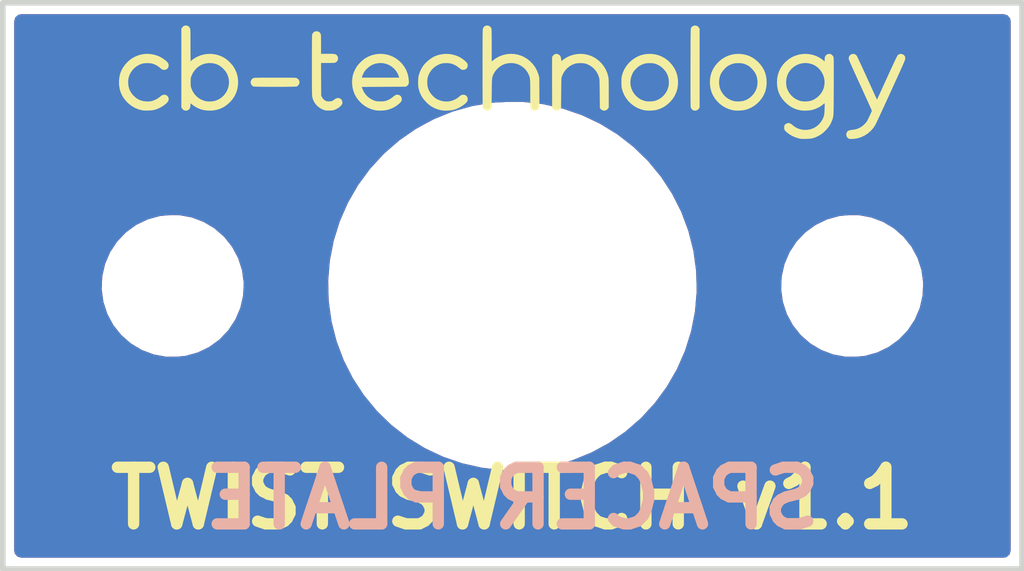
<source format=kicad_pcb>
(kicad_pcb (version 20221018) (generator pcbnew)
  (title_block (title "TWIST SWITCH SPACER PLATE") (date "2023-08-02") (rev "v1.1") (company "cb-technology"))
  (layers (0 "F.Cu" signal) (31 "B.Cu" signal) (34 "B.Paste" user) (35 "F.Paste" user) (36 "B.SilkS" user "B.Silkscreen") (37 "F.SilkS" user "F.Silkscreen") (38 "B.Mask" user) (39 "F.Mask" user) (44 "Edge.Cuts" user))
  (net 0 "")
  (footprint "LOGO" (layer "F.Cu") (at 200 146.4)
    (fp_text reference "G***" hide)
    (fp_text value "LOGO" hide)
    (fp_poly (pts (xy 3.239801 -0.998702) (xy 3.263624 -0.99037) (xy 3.265135 -0.989509) (xy 3.281186 -0.977049) (xy 3.294048 -0.96169) (xy 3.295429 -0.959384) (xy 3.305796 -0.940938) (xy 3.305796 0.445978) (xy 3.294022 0.46607) (xy 3.27762 0.485476) (xy 3.256055 0.498494) (xy 3.231443 0.504456) (xy 3.205903 0.502696) (xy 3.192133 0.498154) (xy 3.174485 0.486213) (xy 3.159306 0.468213) (xy 3.149213 0.447354) (xy 3.148439 0.444706) (xy 3.14769 0.437521) (xy 3.147022 0.421795) (xy 3.146436 0.397465) (xy 3.145932 0.364467) (xy 3.145508 0.322738) (xy 3.145165 0.272215) (xy 3.144902 0.212834) (xy 3.144719 0.144533) (xy 3.144616 0.067246) (xy 3.144592 -0.019087) (xy 3.144647 -0.114532) (xy 3.14478 -0.219151) (xy 3.144845 -0.257681) (xy 3.145016 -0.350928) (xy 3.145184 -0.435361) (xy 3.145355 -0.511429) (xy 3.145535 -0.579577) (xy 3.145731 -0.640253) (xy 3.145947 -0.693904) (xy 3.146191 -0.740977) (xy 3.146468 -0.781918) (xy 3.146784 -0.817175) (xy 3.147144 -0.847194) (xy 3.147556 -0.872423) (xy 3.148024 -0.893309) (xy 3.148556 -0.910297) (xy 3.149155 -0.923836) (xy 3.14983 -0.934373) (xy 3.150585 -0.942353) (xy 3.151427 -0.948225) (xy 3.152362 -0.952434) (xy 3.153395 -0.955429) (xy 3.15416 -0.957006) (xy 3.17014 -0.977518) (xy 3.191067 -0.991693) (xy 3.214951 -0.998949)) (fill solid) (layer "F.SilkS"))
    (fp_poly (pts (xy -4.125512 -0.078498) (xy -4.067214 -0.078465) (xy -4.016909 -0.078392) (xy -3.973963 -0.078264) (xy -3.937743 -0.078068) (xy -3.907615 -0.077788) (xy -3.882945 -0.077411) (xy -3.8631 -0.076921) (xy -3.847445 -0.076305) (xy -3.835349 -0.075547) (xy -3.826176 -0.074634) (xy -3.819293 -0.073551) (xy -3.814067 -0.072283) (xy -3.809864 -0.070816) (xy -3.807297 -0.069711) (xy -3.788159 -0.056507) (xy -3.772496 -0.037207) (xy -3.762624 -0.014907) (xy -3.761138 -0.008095) (xy -3.761744 0.014816) (xy -3.769702 0.037807) (xy -3.783519 0.058219) (xy -3.8017 0.073392) (xy -3.808941 0.077024) (xy -3.81651 0.078253) (xy -3.832461 0.07936) (xy -3.855926 0.080343) (xy -3.886039 0.081204) (xy -3.921934 0.081942) (xy -3.962742 0.082558) (xy -4.007599 0.083052) (xy -4.055637 0.083424) (xy -4.10599 0.083675) (xy -4.157791 0.083804) (xy -4.210174 0.083812) (xy -4.262271 0.083699) (xy -4.313216 0.083466) (xy -4.362144 0.083112) (xy -4.408186 0.082637) (xy -4.450476 0.082043) (xy -4.488148 0.081329) (xy -4.520335 0.080495) (xy -4.546171 0.079542) (xy -4.564788 0.07847) (xy -4.575321 0.077278) (xy -4.576952 0.076827) (xy -4.59592 0.063983) (xy -4.611161 0.044984) (xy -4.621167 0.022567) (xy -4.624432 -0.000532) (xy -4.623733 -0.008095) (xy -4.616049 -0.030693) (xy -4.60188 -0.051217) (xy -4.583541 -0.066575) (xy -4.577574 -0.069711) (xy -4.573703 -0.07132) (xy -4.569234 -0.07272) (xy -4.563535 -0.073926) (xy -4.555971 -0.074952) (xy -4.54591 -0.075812) (xy -4.532717 -0.076522) (xy -4.515758 -0.077095) (xy -4.494401 -0.077546) (xy -4.468011 -0.07789) (xy -4.435956 -0.078141) (xy -4.397601 -0.078313) (xy -4.352312 -0.078421) (xy -4.299457 -0.07848) (xy -4.238401 -0.078503) (xy -4.192435 -0.078506)) (fill solid) (layer "F.SilkS"))
    (fp_poly (pts (xy 4.069173 -0.492733) (xy 4.121985 -0.481828) (xy 4.179315 -0.462467) (xy 4.234691 -0.434849) (xy 4.287084 -0.399932) (xy 4.335462 -0.358674) (xy 4.378798 -0.312032) (xy 4.416061 -0.260963) (xy 4.446222 -0.206425) (xy 4.463374 -0.164364) (xy 4.479596 -0.104508) (xy 4.488434 -0.041144) (xy 4.489874 0.023636) (xy 4.483907 0.087738) (xy 4.470521 0.14907) (xy 4.465188 0.166222) (xy 4.440817 0.224901) (xy 4.408438 0.280165) (xy 4.368932 0.3312) (xy 4.323177 0.377189) (xy 4.272054 0.417317) (xy 4.216443 0.450768) (xy 4.157224 0.476726) (xy 4.116591 0.489358) (xy 4.083276 0.496055) (xy 4.044223 0.5007) (xy 4.002473 0.503177) (xy 3.961066 0.503375) (xy 3.923045 0.501178) (xy 3.896836 0.497569) (xy 3.830739 0.48055) (xy 3.768753 0.455235) (xy 3.710903 0.421637) (xy 3.657208 0.379769) (xy 3.620784 0.344134) (xy 3.577433 0.291781) (xy 3.542829 0.23673) (xy 3.516744 0.178434) (xy 3.498947 0.116347) (xy 3.489209 0.049922) (xy 3.487751 0.027511) (xy 3.488379 -0.016016) (xy 3.649723 -0.016016) (xy 3.650519 0.039445) (xy 3.659416 0.091059) (xy 3.676707 0.13996) (xy 3.70243 0.186883) (xy 3.737041 0.232246) (xy 3.777393 0.270407) (xy 3.823121 0.301111) (xy 3.87386 0.324101) (xy 3.914637 0.336047) (xy 3.942887 0.34025) (xy 3.976783 0.341698) (xy 4.013179 0.340547) (xy 4.048931 0.336953) (xy 4.080893 0.331072) (xy 4.095206 0.327087) (xy 4.144069 0.306956) (xy 4.188107 0.279527) (xy 4.222658 0.250018) (xy 4.260891 0.207026) (xy 4.290677 0.160367) (xy 4.311901 0.110326) (xy 4.324452 0.057191) (xy 4.328216 0.001248) (xy 4.32761 -0.016121) (xy 4.321509 -0.067724) (xy 4.309065 -0.114071) (xy 4.289558 -0.15674) (xy 4.262271 -0.197312) (xy 4.227321 -0.236523) (xy 4.206555 -0.256823) (xy 4.189474 -0.271883) (xy 4.173733 -0.283491) (xy 4.156987 -0.293435) (xy 4.143821 -0.300162) (xy 4.11041 -0.31521) (xy 4.080243 -0.325486) (xy 4.050006 -0.331742) (xy 4.016386 -0.334725) (xy 3.988717 -0.335269) (xy 3.950695 -0.334149) (xy 3.918404 -0.330288) (xy 3.88853 -0.322937) (xy 3.857759 -0.311346) (xy 3.833613 -0.300162) (xy 3.814842 -0.290329) (xy 3.798673 -0.280048) (xy 3.782759 -0.267531) (xy 3.764755 -0.250991) (xy 3.750112 -0.236523) (xy 3.714341 -0.196261) (xy 3.687096 -0.155417) (xy 3.667688 -0.112481) (xy 3.655429 -0.065942) (xy 3.649723 -0.016016) (xy 3.488379 -0.016016) (xy 3.488758 -0.042249) (xy 3.498403 -0.10869) (xy 3.516655 -0.171738) (xy 3.543486 -0.231318) (xy 3.578866 -0.287355) (xy 3.622766 -0.339773) (xy 3.637235 -0.354432) (xy 3.68954 -0.399343) (xy 3.745968 -0.436129) (xy 3.805925 -0.464635) (xy 3.868818 -0.484704) (xy 3.934053 -0.496181) (xy 4.001036 -0.49891)) (fill solid) (layer "F.SilkS"))
    (fp_poly (pts (xy -6.361626 -0.491335) (xy -6.295211 -0.475184) (xy -6.272191 -0.467427) (xy -6.240909 -0.454358) (xy -6.208562 -0.43775) (xy -6.176655 -0.418663) (xy -6.146697 -0.398162) (xy -6.120194 -0.377308) (xy -6.098655 -0.357165) (xy -6.083585 -0.338795) (xy -6.07935 -0.331462) (xy -6.071456 -0.306083) (xy -6.071603 -0.281442) (xy -6.078781 -0.258859) (xy -6.091979 -0.239652) (xy -6.110189 -0.225141) (xy -6.132398 -0.216645) (xy -6.157597 -0.215483) (xy -6.166968 -0.21706) (xy -6.176351 -0.219364) (xy -6.184231 -0.222202) (xy -6.192331 -0.226677) (xy -6.202376 -0.233896) (xy -6.216091 -0.244964) (xy -6.234233 -0.26017) (xy -6.273491 -0.288313) (xy -6.317404 -0.31125) (xy -6.361575 -0.326886) (xy -6.387344 -0.331707) (xy -6.418895 -0.334511) (xy -6.453056 -0.335288) (xy -6.486658 -0.33403) (xy -6.516528 -0.330728) (xy -6.532884 -0.327366) (xy -6.584378 -0.309076) (xy -6.632206 -0.282732) (xy -6.675388 -0.24914) (xy -6.712945 -0.209107) (xy -6.743897 -0.16344) (xy -6.753201 -0.145844) (xy -6.77029 -0.105881) (xy -6.781107 -0.067017) (xy -6.786257 -0.026202) (xy -6.786345 0.019613) (xy -6.786288 0.020835) (xy -6.780393 0.074192) (xy -6.76765 0.122244) (xy -6.747435 0.166403) (xy -6.719121 0.208081) (xy -6.687988 0.242846) (xy -6.647626 0.278659) (xy -6.6058 0.305836) (xy -6.561146 0.324977) (xy -6.512301 0.33668) (xy -6.463434 0.341355) (xy -6.427437 0.341779) (xy -6.39755 0.339783) (xy -6.375465 0.336198) (xy -6.340123 0.325802) (xy -6.302488 0.309546) (xy -6.265729 0.289048) (xy -6.233013 0.265925) (xy -6.225487 0.259618) (xy -6.203155 0.241589) (xy -6.184181 0.230048) (xy -6.166376 0.224072) (xy -6.147549 0.222736) (xy -6.139388 0.22328) (xy -6.113973 0.229919) (xy -6.093526 0.244097) (xy -6.07899 0.265154) (xy -6.078709 0.265765) (xy -6.071358 0.288129) (xy -6.070483 0.309578) (xy -6.076476 0.330752) (xy -6.089723 0.35229) (xy -6.110616 0.374831) (xy -6.139541 0.399014) (xy -6.175227 0.424368) (xy -6.226884 0.454223) (xy -6.28315 0.478183) (xy -6.32685 0.49149) (xy -6.353338 0.496467) (xy -6.38623 0.500121) (xy -6.42275 0.502366) (xy -6.460126 0.503117) (xy -6.495584 0.502287) (xy -6.52635 0.499792) (xy -6.538341 0.498029) (xy -6.602262 0.482086) (xy -6.663365 0.457461) (xy -6.721124 0.424445) (xy -6.77501 0.383329) (xy -6.813582 0.34628) (xy -6.85745 0.293959) (xy -6.892591 0.238872) (xy -6.919135 0.18067) (xy -6.937209 0.119007) (xy -6.94694 0.053536) (xy -6.948456 -0.01609) (xy -6.94829 -0.020386) (xy -6.942373 -0.083827) (xy -6.929904 -0.141871) (xy -6.910393 -0.19612) (xy -6.883352 -0.248177) (xy -6.874317 -0.262651) (xy -6.832939 -0.318579) (xy -6.786103 -0.367408) (xy -6.734477 -0.408911) (xy -6.678732 -0.44286) (xy -6.619537 -0.469028) (xy -6.557559 -0.487187) (xy -6.493469 -0.497109) (xy -6.427935 -0.498568)) (fill solid) (layer "F.SilkS"))
    (fp_poly (pts (xy -3.431214 -0.894011) (xy -3.409116 -0.881762) (xy -3.392168 -0.862005) (xy -3.38915 -0.856571) (xy -3.386727 -0.851394) (xy -3.384766 -0.845677) (xy -3.383219 -0.838435) (xy -3.382037 -0.828684) (xy -3.381171 -0.81544) (xy -3.380572 -0.797721) (xy -3.380192 -0.77454) (xy -3.379982 -0.744916) (xy -3.379893 -0.707863) (xy -3.379876 -0.669215) (xy -3.379876 -0.500037) (xy -3.262969 -0.499935) (xy -3.222998 -0.499773) (xy -3.191109 -0.49923) (xy -3.166125 -0.498103) (xy -3.146869 -0.496189) (xy -3.132167 -0.493288) (xy -3.12084 -0.489195) (xy -3.111712 -0.483708) (xy -3.103608 -0.476626) (xy -3.098914 -0.47171) (xy -3.085317 -0.450579) (xy -3.079398 -0.426806) (xy -3.080823 -0.402387) (xy -3.089257 -0.37932) (xy -3.104365 -0.359602) (xy -3.119617 -0.348355) (xy -3.125556 -0.345215) (xy -3.131643 -0.342782) (xy -3.139089 -0.340966) (xy -3.149106 -0.339678) (xy -3.162909 -0.338826) (xy -3.18171 -0.338322) (xy -3.206721 -0.338075) (xy -3.239155 -0.337994) (xy -3.259136 -0.337988) (xy -3.380208 -0.337988) (xy -3.378885 -0.049772) (xy -3.377561 0.238443) (xy -3.364643 0.264749) (xy -3.346284 0.29332) (xy -3.321527 0.316366) (xy -3.29988 0.329823) (xy -3.288078 0.335165) (xy -3.275455 0.338355) (xy -3.259119 0.339886) (xy -3.238662 0.340252) (xy -3.214983 0.339623) (xy -3.196606 0.336999) (xy -3.180586 0.331305) (xy -3.163978 0.321465) (xy -3.143835 0.306404) (xy -3.142015 0.304967) (xy -3.115164 0.288228) (xy -3.088599 0.280673) (xy -3.062476 0.282314) (xy -3.036951 0.293168) (xy -3.034286 0.294859) (xy -3.017925 0.310773) (xy -3.007024 0.332167) (xy -3.002463 0.356476) (xy -3.004934 0.380427) (xy -3.013818 0.399187) (xy -3.030145 0.419248) (xy -3.05243 0.439466) (xy -3.079186 0.458695) (xy -3.108928 0.475787) (xy -3.14017 0.489598) (xy -3.151712 0.493615) (xy -3.170439 0.497752) (xy -3.195532 0.500733) (xy -3.224161 0.502479) (xy -3.253496 0.502912) (xy -3.280707 0.501955) (xy -3.302963 0.49953) (xy -3.310427 0.497985) (xy -3.357731 0.481415) (xy -3.401586 0.45726) (xy -3.441034 0.426527) (xy -3.475118 0.390222) (xy -3.502883 0.349354) (xy -3.52337 0.304928) (xy -3.535004 0.261588) (xy -3.536054 0.254355) (xy -3.536993 0.244758) (xy -3.537825 0.232297) (xy -3.538558 0.216469) (xy -3.539198 0.196772) (xy -3.53975 0.172707) (xy -3.54022 0.14377) (xy -3.540615 0.109461) (xy -3.54094 0.069277) (xy -3.541202 0.022718) (xy -3.541406 -0.030718) (xy -3.541559 -0.091533) (xy -3.541666 -0.160229) (xy -3.541735 -0.237306) (xy -3.541763 -0.300978) (xy -3.541749 -0.38669) (xy -3.541654 -0.465914) (xy -3.541479 -0.538377) (xy -3.541227 -0.603805) (xy -3.5409 -0.661925) (xy -3.540501 -0.712464) (xy -3.540031 -0.755149) (xy -3.539493 -0.789705) (xy -3.53889 -0.81586) (xy -3.538222 -0.83334) (xy -3.537493 -0.841872) (xy -3.537386 -0.842336) (xy -3.528399 -0.860595) (xy -3.513452 -0.878036) (xy -3.495483 -0.891265) (xy -3.494698 -0.891682) (xy -3.482718 -0.895499) (xy -3.466334 -0.897852) (xy -3.457575 -0.898214)) (fill solid) (layer "F.SilkS"))
    (fp_poly (pts (xy -1.121689 -0.496434) (xy -1.05892 -0.48694) (xy -0.998166 -0.46993) (xy -0.940434 -0.445572) (xy -0.886733 -0.414032) (xy -0.838071 -0.375476) (xy -0.82799 -0.365919) (xy -0.810707 -0.347873) (xy -0.799569 -0.333243) (xy -0.793171 -0.320083) (xy -0.791911 -0.315927) (xy -0.788988 -0.288983) (xy -0.794169 -0.264436) (xy -0.806452 -0.243609) (xy -0.824834 -0.227821) (xy -0.848311 -0.218394) (xy -0.86759 -0.216286) (xy -0.881934 -0.216885) (xy -0.894078 -0.219357) (xy -0.906072 -0.224712) (xy -0.919963 -0.233964) (xy -0.937797 -0.248122) (xy -0.946144 -0.255092) (xy -0.993235 -0.288736) (xy -1.044993 -0.314385) (xy -1.074152 -0.324681) (xy -1.102785 -0.330996) (xy -1.137118 -0.334692) (xy -1.173959 -0.33573) (xy -1.210114 -0.334073) (xy -1.242392 -0.329682) (xy -1.254721 -0.326826) (xy -1.305171 -0.308426) (xy -1.352372 -0.281967) (xy -1.395166 -0.248413) (xy -1.432396 -0.208724) (xy -1.462905 -0.163864) (xy -1.472406 -0.145844) (xy -1.487208 -0.11161) (xy -1.49705 -0.078614) (xy -1.502626 -0.04365) (xy -1.504635 -0.00351) (xy -1.504671 0.002732) (xy -1.501352 0.057535) (xy -1.490898 0.107132) (xy -1.472799 0.152762) (xy -1.446543 0.195667) (xy -1.411618 0.237086) (xy -1.405381 0.243468) (xy -1.385313 0.263042) (xy -1.368603 0.277583) (xy -1.352572 0.289078) (xy -1.334538 0.299516) (xy -1.319541 0.307134) (xy -1.267487 0.327807) (xy -1.213969 0.339785) (xy -1.15997 0.343142) (xy -1.106472 0.337953) (xy -1.054457 0.324291) (xy -1.004906 0.302232) (xy -0.97069 0.28075) (xy -0.955346 0.269291) (xy -0.941933 0.25842) (xy -0.93323 0.250394) (xy -0.932938 0.250075) (xy -0.912895 0.234296) (xy -0.888447 0.225038) (xy -0.862198 0.22277) (xy -0.836753 0.22796) (xy -0.829046 0.231354) (xy -0.809856 0.245975) (xy -0.796586 0.266018) (xy -0.789729 0.2894) (xy -0.789778 0.314041) (xy -0.797225 0.337859) (xy -0.8019 0.345964) (xy -0.818199 0.365551) (xy -0.841657 0.38683) (xy -0.870605 0.408707) (xy -0.903371 0.430087) (xy -0.938286 0.449877) (xy -0.973678 0.466982) (xy -1.006188 0.479738) (xy -1.052592 0.492269) (xy -1.1042 0.500547) (xy -1.157878 0.504346) (xy -1.210492 0.503441) (xy -1.257804 0.497811) (xy -1.312981 0.484279) (xy -1.367383 0.463544) (xy -1.394553 0.450485) (xy -1.430597 0.430257) (xy -1.463404 0.407675) (xy -1.495393 0.380872) (xy -1.528984 0.347982) (xy -1.533419 0.343347) (xy -1.575994 0.293044) (xy -1.610009 0.240338) (xy -1.636083 0.184061) (xy -1.654832 0.123043) (xy -1.658535 0.106489) (xy -1.663243 0.074694) (xy -1.66578 0.03706) (xy -1.666213 -0.003645) (xy -1.664607 -0.044649) (xy -1.66103 -0.083181) (xy -1.655547 -0.116472) (xy -1.652937 -0.127324) (xy -1.641769 -0.161508) (xy -1.626214 -0.199092) (xy -1.607937 -0.236469) (xy -1.588606 -0.27003) (xy -1.583155 -0.278366) (xy -1.555924 -0.313589) (xy -1.522217 -0.349187) (xy -1.484193 -0.383337) (xy -1.444011 -0.414219) (xy -1.403833 -0.440008) (xy -1.372741 -0.455927) (xy -1.311998 -0.47816) (xy -1.249236 -0.492211) (xy -1.185463 -0.498247)) (fill solid) (layer "F.SilkS"))
    (fp_poly (pts (xy 2.507644 -0.49238) (xy 2.571826 -0.477159) (xy 2.633289 -0.453374) (xy 2.69141 -0.421246) (xy 2.745567 -0.380993) (xy 2.773507 -0.355403) (xy 2.820208 -0.303492) (xy 2.858321 -0.248122) (xy 2.887871 -0.189245) (xy 2.908881 -0.126808) (xy 2.921373 -0.06076) (xy 2.924456 -0.02596) (xy 2.924025 0.04335) (xy 2.914794 0.109859) (xy 2.896857 0.173323) (xy 2.870306 0.233498) (xy 2.835235 0.290139) (xy 2.791737 0.343003) (xy 2.778668 0.356489) (xy 2.727639 0.401921) (xy 2.674043 0.438715) (xy 2.617121 0.467319) (xy 2.55611 0.488176) (xy 2.551662 0.489358) (xy 2.518347 0.496055) (xy 2.479294 0.5007) (xy 2.437544 0.503177) (xy 2.396137 0.503375) (xy 2.358116 0.501178) (xy 2.331907 0.497569) (xy 2.266904 0.480708) (xy 2.205448 0.455669) (xy 2.148201 0.423067) (xy 2.095825 0.383516) (xy 2.048981 0.337632) (xy 2.008331 0.286029) (xy 1.974535 0.229321) (xy 1.948256 0.168123) (xy 1.936553 0.130189) (xy 1.931913 0.111551) (xy 1.928625 0.094713) (xy 1.926447 0.077321) (xy 1.92514 0.057021) (xy 1.924465 0.03146) (xy 1.924286 0.013697) (xy 2.083046 0.013697) (xy 2.088732 0.066954) (xy 2.103072 0.118646) (xy 2.125946 0.168033) (xy 2.157232 0.214376) (xy 2.183029 0.243549) (xy 2.223708 0.279236) (xy 2.268311 0.306963) (xy 2.317889 0.327311) (xy 2.349708 0.336047) (xy 2.375022 0.339825) (xy 2.406228 0.341378) (xy 2.440261 0.340831) (xy 2.474057 0.338311) (xy 2.50455 0.333943) (xy 2.525647 0.32885) (xy 2.57565 0.308395) (xy 2.621859 0.279935) (xy 2.663351 0.244271) (xy 2.6992 0.202201) (xy 2.728483 0.154525) (xy 2.729527 0.152469) (xy 2.748498 0.104851) (xy 2.759771 0.053629) (xy 2.763276 0.000451) (xy 2.758945 -0.053038) (xy 2.746706 -0.105191) (xy 2.741105 -0.121339) (xy 2.722043 -0.160952) (xy 2.695577 -0.199974) (xy 2.663464 -0.236475) (xy 2.627461 -0.268528) (xy 2.589327 -0.294204) (xy 2.578074 -0.300205) (xy 2.545374 -0.315201) (xy 2.515478 -0.325469) (xy 2.485184 -0.331736) (xy 2.451293 -0.334731) (xy 2.423788 -0.335269) (xy 2.385766 -0.334149) (xy 2.353475 -0.330288) (xy 2.323601 -0.322937) (xy 2.29283 -0.311346) (xy 2.268684 -0.300162) (xy 2.249832 -0.290273) (xy 2.233498 -0.279868) (xy 2.217336 -0.267164) (xy 2.199003 -0.250381) (xy 2.184816 -0.236447) (xy 2.165186 -0.216375) (xy 2.150665 -0.200059) (xy 2.139457 -0.185081) (xy 2.129765 -0.169028) (xy 2.119794 -0.149482) (xy 2.119118 -0.148082) (xy 2.098118 -0.09456) (xy 2.086134 -0.040388) (xy 2.083046 0.013697) (xy 1.924286 0.013697) (xy 1.924241 0.00926) (xy 1.924365 -0.025805) (xy 1.925343 -0.053863) (xy 1.927327 -0.077141) (xy 1.930473 -0.097864) (xy 1.932208 -0.106489) (xy 1.950014 -0.16773) (xy 1.976215 -0.226421) (xy 2.010093 -0.281664) (xy 2.050932 -0.332564) (xy 2.098016 -0.378224) (xy 2.150627 -0.417745) (xy 2.206179 -0.449328) (xy 2.247449 -0.467565) (xy 2.287062 -0.480827) (xy 2.32864 -0.490128) (xy 2.373611 -0.496258) (xy 2.441365 -0.49882)) (fill solid) (layer "F.SilkS"))
    (fp_poly (pts (xy 1.267975 -0.494479) (xy 1.330975 -0.481995) (xy 1.39199 -0.461366) (xy 1.450064 -0.432558) (xy 1.471323 -0.419355) (xy 1.52598 -0.378003) (xy 1.574274 -0.330426) (xy 1.615685 -0.277374) (xy 1.649692 -0.219598) (xy 1.675774 -0.15785) (xy 1.691518 -0.101921) (xy 1.693622 -0.091906) (xy 1.695398 -0.082075) (xy 1.696874 -0.07157) (xy 1.698078 -0.059533) (xy 1.699039 -0.045107) (xy 1.699785 -0.027432) (xy 1.700345 -0.005651) (xy 1.700747 0.021095) (xy 1.701019 0.053663) (xy 1.70119 0.092913) (xy 1.701288 0.139701) (xy 1.701341 0.194886) (xy 1.701342 0.195207) (xy 1.701513 0.44829) (xy 1.687623 0.467896) (xy 1.668118 0.488631) (xy 1.645113 0.500957) (xy 1.62126 0.504666) (xy 1.594268 0.500374) (xy 1.571048 0.487866) (xy 1.556565 0.473132) (xy 1.544094 0.45679) (xy 1.541464 0.204088) (xy 1.540876 0.149012) (xy 1.540328 0.102363) (xy 1.539784 0.063307) (xy 1.539208 0.031011) (xy 1.538563 0.004642) (xy 1.537812 -0.016635) (xy 1.53692 -0.033651) (xy 1.53585 -0.04724) (xy 1.534566 -0.058236) (xy 1.533031 -0.067472) (xy 1.531209 -0.075781) (xy 1.529063 -0.083996) (xy 1.528861 -0.084731) (xy 1.510019 -0.136251) (xy 1.483454 -0.183819) (xy 1.450033 -0.226568) (xy 1.410622 -0.263629) (xy 1.366086 -0.294135) (xy 1.317293 -0.317217) (xy 1.287131 -0.326929) (xy 1.261855 -0.331665) (xy 1.230665 -0.334443) (xy 1.19664 -0.335264) (xy 1.162859 -0.334131) (xy 1.132402 -0.331046) (xy 1.111192 -0.326826) (xy 1.059749 -0.308148) (xy 1.012302 -0.281495) (xy 0.969572 -0.247551) (xy 0.932283 -0.207003) (xy 0.901156 -0.160539) (xy 0.876915 -0.108843) (xy 0.874338 -0.101859) (xy 0.872031 -0.09526) (xy 0.870072 -0.088847) (xy 0.868424 -0.081826) (xy 0.867051 -0.073398) (xy 0.865917 -0.062766) (xy 0.864987 -0.049134) (xy 0.864223 -0.031703) (xy 0.86359 -0.009678) (xy 0.863052 0.017739) (xy 0.862573 0.051345) (xy 0.862117 0.091937) (xy 0.861647 0.140312) (xy 0.861209 0.18828) (xy 0.858859 0.448324) (xy 0.844969 0.467914) (xy 0.833357 0.481426) (xy 0.820167 0.492792) (xy 0.814946 0.496085) (xy 0.793814 0.502906) (xy 0.76973 0.50396) (xy 0.747027 0.499201) (xy 0.741626 0.49688) (xy 0.728717 0.488093) (xy 0.716175 0.47591) (xy 0.713847 0.47304) (xy 0.70144 0.456775) (xy 0.700144 0.011937) (xy 0.699986 -0.051648) (xy 0.699885 -0.112732) (xy 0.699841 -0.170663) (xy 0.699851 -0.224788) (xy 0.699913 -0.274455) (xy 0.700026 -0.319012) (xy 0.700188 -0.357805) (xy 0.700397 -0.390182) (xy 0.700651 -0.415492) (xy 0.700949 -0.43308) (xy 0.701288 -0.442296) (xy 0.701419 -0.443436) (xy 0.705948 -0.452878) (xy 0.714654 -0.465293) (xy 0.720576 -0.472329) (xy 0.741007 -0.488841) (xy 0.764243 -0.497513) (xy 0.788457 -0.498207) (xy 0.811819 -0.490785) (xy 0.82706 -0.480359) (xy 0.841435 -0.465535) (xy 0.851004 -0.449421) (xy 0.856966 -0.429307) (xy 0.860256 -0.405375) (xy 0.863489 -0.371371) (xy 0.901685 -0.400131) (xy 0.956569 -0.435844) (xy 1.015191 -0.463604) (xy 1.076597 -0.48338) (xy 1.139832 -0.49514) (xy 1.203943 -0.49885)) (fill solid) (layer "F.SilkS"))
    (fp_poly (pts (xy -2.287631 -0.497384) (xy -2.222715 -0.487599) (xy -2.159288 -0.469256) (xy -2.102345 -0.444415) (xy -2.044475 -0.409708) (xy -1.992463 -0.368394) (xy -1.946782 -0.321193) (xy -1.907904 -0.268826) (xy -1.876301 -0.212014) (xy -1.852446 -0.151476) (xy -1.836811 -0.087932) (xy -1.830201 -0.029578) (xy -1.829155 -0.006668) (xy -1.829019 0.009283) (xy -1.830056 0.020553) (xy -1.832532 0.029421) (xy -1.83671 0.038164) (xy -1.838422 0.041257) (xy -1.848862 0.055639) (xy -1.861716 0.06803) (xy -1.865701 0.070836) (xy -1.882082 0.081024) (xy -2.271828 0.083339) (xy -2.661575 0.085654) (xy -2.646745 0.125009) (xy -2.62308 0.17498) (xy -2.591922 0.219984) (xy -2.554001 0.259317) (xy -2.510046 0.292273) (xy -2.460785 0.31815) (xy -2.437678 0.32709) (xy -2.422016 0.332259) (xy -2.408374 0.335839) (xy -2.394403 0.338123) (xy -2.377753 0.339405) (xy -2.356076 0.33998) (xy -2.333504 0.340128) (xy -2.305068 0.339994) (xy -2.283514 0.339259) (xy -2.266472 0.337674) (xy -2.25157 0.334993) (xy -2.236437 0.330968) (xy -2.231644 0.329507) (xy -2.193632 0.315178) (xy -2.157726 0.296044) (xy -2.121389 0.270659) (xy -2.104965 0.257435) (xy -2.083546 0.240799) (xy -2.065712 0.229425) (xy -2.052745 0.224128) (xy -2.052585 0.224097) (xy -2.024226 0.222647) (xy -1.999156 0.228829) (xy -1.97852 0.241764) (xy -1.963466 0.260578) (xy -1.955142 0.284393) (xy -1.953846 0.299547) (xy -1.954997 0.317826) (xy -1.959263 0.333098) (xy -1.96786 0.347612) (xy -1.982006 0.36362) (xy -1.99554 0.376622) (xy -2.046861 0.417874) (xy -2.103493 0.45168) (xy -2.16481 0.477699) (xy -2.202912 0.489256) (xy -2.236964 0.4961) (xy -2.27672 0.500801) (xy -2.319104 0.503244) (xy -2.36104 0.503315) (xy -2.399454 0.500899) (xy -2.423685 0.497465) (xy -2.487738 0.480747) (xy -2.54891 0.455528) (xy -2.60646 0.422316) (xy -2.659647 0.38162) (xy -2.70773 0.333949) (xy -2.749968 0.27981) (xy -2.757531 0.268433) (xy -2.786722 0.215092) (xy -2.808905 0.156882) (xy -2.823881 0.095211) (xy -2.831448 0.031487) (xy -2.831407 -0.032879) (xy -2.82575 -0.078709) (xy -2.658759 -0.078709) (xy -2.329452 -0.078709) (xy -2.275153 -0.078731) (xy -2.223647 -0.078794) (xy -2.175668 -0.078895) (xy -2.131952 -0.079029) (xy -2.093234 -0.079194) (xy -2.060249 -0.079387) (xy -2.033731 -0.079602) (xy -2.014416 -0.079837) (xy -2.003039 -0.080089) (xy -2.000146 -0.0803) (xy -2.001531 -0.085168) (xy -2.005127 -0.096198) (xy -2.009197 -0.108197) (xy -2.031129 -0.15833) (xy -2.060223 -0.203397) (xy -2.095598 -0.242857) (xy -2.136376 -0.276169) (xy -2.181675 -0.302793) (xy -2.230618 -0.322186) (xy -2.282322 -0.33381) (xy -2.335909 -0.337121) (xy -2.376344 -0.333891) (xy -2.428209 -0.322957) (xy -2.475146 -0.305166) (xy -2.518577 -0.279792) (xy -2.559925 -0.246111) (xy -2.5725 -0.233912) (xy -2.592224 -0.213117) (xy -2.607087 -0.194719) (xy -2.619503 -0.17539) (xy -2.631571 -0.152442) (xy -2.640942 -0.132526) (xy -2.64886 -0.114079) (xy -2.654261 -0.099664) (xy -2.655904 -0.093757) (xy -2.658759 -0.078709) (xy -2.82575 -0.078709) (xy -2.823557 -0.09648) (xy -2.814856 -0.134269) (xy -2.804552 -0.164962) (xy -2.789875 -0.199476) (xy -2.772434 -0.23456) (xy -2.753834 -0.266965) (xy -2.736918 -0.291835) (xy -2.715796 -0.317201) (xy -2.68999 -0.344453) (xy -2.661845 -0.371377) (xy -2.633707 -0.395757) (xy -2.607921 -0.415378) (xy -2.60166 -0.419577) (xy -2.543396 -0.45188) (xy -2.48192 -0.475859) (xy -2.418174 -0.491467) (xy -2.353098 -0.498658)) (fill solid) (layer "F.SilkS"))
    (fp_poly (pts (xy -5.748912 -0.998259) (xy -5.726779 -0.988937) (xy -5.70768 -0.972464) (xy -5.694351 -0.951458) (xy -5.69258 -0.947173) (xy -5.691071 -0.942099) (xy -5.689802 -0.935506) (xy -5.688753 -0.926662) (xy -5.687901 -0.914837) (xy -5.687227 -0.8993) (xy -5.686709 -0.879321) (xy -5.686325 -0.854168) (xy -5.686055 -0.82311) (xy -5.685879 -0.785417) (xy -5.685773 -0.740358) (xy -5.685719 -0.687202) (xy -5.685702 -0.651668) (xy -5.685622 -0.601582) (xy -5.685429 -0.55435) (xy -5.685133 -0.510766) (xy -5.684745 -0.471626) (xy -5.684276 -0.437724) (xy -5.683738 -0.409856) (xy -5.683141 -0.388818) (xy -5.682497 -0.375405) (xy -5.681816 -0.370412) (xy -5.681777 -0.370397) (xy -5.676289 -0.373466) (xy -5.668063 -0.380937) (xy -5.667269 -0.381771) (xy -5.658303 -0.38979) (xy -5.644279 -0.400685) (xy -5.627939 -0.412343) (xy -5.62476 -0.414496) (xy -5.566771 -0.447994) (xy -5.505717 -0.473117) (xy -5.442475 -0.48986) (xy -5.377922 -0.498212) (xy -5.312934 -0.498168) (xy -5.248389 -0.489719) (xy -5.185163 -0.472857) (xy -5.124135 -0.447574) (xy -5.074525 -0.419382) (xy -5.049036 -0.400824) (xy -5.020713 -0.376794) (xy -4.991856 -0.349528) (xy -4.964763 -0.321262) (xy -4.941731 -0.294232) (xy -4.930892 -0.279643) (xy -4.896775 -0.222274) (xy -4.870958 -0.161207) (xy -4.853639 -0.097236) (xy -4.84502 -0.031153) (xy -4.845301 0.036247) (xy -4.846785 0.0532) (xy -4.857721 0.120418) (xy -4.876167 0.182504) (xy -4.902478 0.240208) (xy -4.937011 0.294277) (xy -4.980119 0.345458) (xy -4.990998 0.356614) (xy -5.042587 0.402548) (xy -5.096838 0.439684) (xy -5.154163 0.468205) (xy -5.214974 0.488294) (xy -5.279681 0.500135) (xy -5.319832 0.503326) (xy -5.388345 0.502689) (xy -5.452225 0.494339) (xy -5.512339 0.478015) (xy -5.569556 0.453452) (xy -5.624743 0.420389) (xy -5.647403 0.403997) (xy -5.6856 0.374963) (xy -5.685702 0.406247) (xy -5.689136 0.438519) (xy -5.698968 0.465186) (xy -5.714833 0.485595) (xy -5.736365 0.499092) (xy -5.737988 0.499728) (xy -5.762464 0.504542) (xy -5.787779 0.501927) (xy -5.807785 0.493716) (xy -5.822076 0.482327) (xy -5.834635 0.467949) (xy -5.836699 0.464803) (xy -5.847601 0.446792) (xy -5.847616 0.002315) (xy -5.682991 0.002315) (xy -5.682861 0.030224) (xy -5.682268 0.051152) (xy -5.680945 0.067374) (xy -5.678627 0.081169) (xy -5.675046 0.094812) (xy -5.670538 0.108804) (xy -5.64841 0.160478) (xy -5.618856 0.207194) (xy -5.582613 0.248266) (xy -5.540414 0.283011) (xy -5.492994 0.310744) (xy -5.441089 0.330779) (xy -5.428637 0.334215) (xy -5.395723 0.339873) (xy -5.357543 0.34198) (xy -5.317324 0.340669) (xy -5.278293 0.336076) (xy -5.243679 0.328336) (xy -5.23695 0.326215) (xy -5.187821 0.305031) (xy -5.143292 0.276538) (xy -5.103946 0.24169) (xy -5.070369 0.201442) (xy -5.043144 0.156747) (xy -5.022856 0.108559) (xy -5.01009 0.057834) (xy -5.00543 0.005524) (xy -5.009179 -0.045644) (xy -5.020936 -0.097972) (xy -5.039415 -0.144984) (xy -5.065397 -0.188193) (xy -5.099665 -0.22911) (xy -5.108889 -0.238443) (xy -5.148248 -0.272906) (xy -5.188477 -0.299068) (xy -5.231471 -0.317832) (xy -5.279125 -0.3301) (xy -5.311075 -0.334755) (xy -5.366803 -0.336437) (xy -5.420899 -0.329168) (xy -5.472593 -0.313219) (xy -5.521114 -0.28886) (xy -5.565691 -0.256359) (xy -5.584205 -0.239203) (xy -5.620942 -0.196574) (xy -5.650444 -0.149439) (xy -5.670086 -0.104174) (xy -5.675158 -0.088879) (xy -5.678697 -0.075608) (xy -5.680976 -0.062101) (xy -5.682269 -0.046104) (xy -5.682849 -0.025357) (xy -5.682991 0.002315) (xy -5.847616 0.002315) (xy -5.847649 -0.94266) (xy -5.835316 -0.96168) (xy -5.817281 -0.98214) (xy -5.795787 -0.994978) (xy -5.772456 -1.000312)) (fill solid) (layer "F.SilkS"))
    (fp_poly (pts (xy -0.420558 -0.995743) (xy -0.398776 -0.983889) (xy -0.38098 -0.966213) (xy -0.370692 -0.947684) (xy -0.369491 -0.939666) (xy -0.368457 -0.922415) (xy -0.367591 -0.895925) (xy -0.366893 -0.860195) (xy -0.366363 -0.815219) (xy -0.366 -0.760995) (xy -0.365805 -0.697519) (xy -0.365768 -0.650156) (xy -0.365768 -0.365661) (xy -0.339145 -0.387346) (xy -0.284512 -0.426055) (xy -0.226076 -0.456686) (xy -0.164703 -0.479148) (xy -0.101258 -0.49335) (xy -0.036606 -0.499201) (xy 0.028388 -0.49661) (xy 0.092859 -0.485486) (xy 0.15594 -0.465738) (xy 0.203379 -0.444415) (xy 0.261028 -0.409679) (xy 0.313372 -0.367765) (xy 0.359751 -0.319488) (xy 0.399503 -0.265665) (xy 0.431965 -0.207109) (xy 0.456478 -0.144636) (xy 0.462099 -0.12556) (xy 0.47425 -0.081024) (xy 0.475814 0.181815) (xy 0.477379 0.444655) (xy 0.466765 0.46354) (xy 0.450728 0.483552) (xy 0.429929 0.4971) (xy 0.406334 0.503846) (xy 0.381906 0.503456) (xy 0.35861 0.495592) (xy 0.343164 0.484681) (xy 0.334057 0.473813) (xy 0.325305 0.459546) (xy 0.323588 0.456052) (xy 0.321668 0.451389) (xy 0.320057 0.445896) (xy 0.318727 0.438764) (xy 0.317652 0.429188) (xy 0.316805 0.41636) (xy 0.316156 0.399474) (xy 0.315681 0.377722) (xy 0.31535 0.350298) (xy 0.315136 0.316394) (xy 0.315013 0.275205) (xy 0.314953 0.225923) (xy 0.314939 0.201096) (xy 0.314878 0.144235) (xy 0.314709 0.095767) (xy 0.314372 0.054829) (xy 0.313809 0.020554) (xy 0.312959 -0.007923) (xy 0.311764 -0.031468) (xy 0.310164 -0.050946) (xy 0.308101 -0.067223) (xy 0.305516 -0.081164) (xy 0.302348 -0.093634) (xy 0.298539 -0.105499) (xy 0.294029 -0.117625) (xy 0.292951 -0.120379) (xy 0.268826 -0.169605) (xy 0.237764 -0.21356) (xy 0.200663 -0.251699) (xy 0.158422 -0.283474) (xy 0.111941 -0.308339) (xy 0.062118 -0.325749) (xy 0.009853 -0.335157) (xy -0.043955 -0.336016) (xy -0.059613 -0.334601) (xy -0.083457 -0.331186) (xy -0.107969 -0.32656) (xy -0.128899 -0.321557) (xy -0.134269 -0.319973) (xy -0.17615 -0.302404) (xy -0.217154 -0.277129) (xy -0.255605 -0.24567) (xy -0.289826 -0.209546) (xy -0.31814 -0.170277) (xy -0.335412 -0.137618) (xy -0.341076 -0.124741) (xy -0.345898 -0.113177) (xy -0.349954 -0.102077) (xy -0.35332 -0.090592) (xy -0.356073 -0.077872) (xy -0.358288 -0.06307) (xy -0.360041 -0.045336) (xy -0.361409 -0.023821) (xy -0.362467 0.002324) (xy -0.363293 0.033948) (xy -0.363961 0.0719) (xy -0.364548 0.117029) (xy -0.365129 0.170183) (xy -0.365412 0.197122) (xy -0.368083 0.452119) (xy -0.379578 0.468886) (xy -0.397718 0.48783) (xy -0.420363 0.499963) (xy -0.445398 0.504663) (xy -0.470704 0.501308) (xy -0.479202 0.498131) (xy -0.499889 0.483979) (xy -0.51602 0.46237) (xy -0.52065 0.452665) (xy -0.521634 0.449565) (xy -0.522524 0.44491) (xy -0.523325 0.438258) (xy -0.524042 0.42917) (xy -0.524679 0.417205) (xy -0.525241 0.401924) (xy -0.525732 0.382886) (xy -0.526157 0.35965) (xy -0.526519 0.331778) (xy -0.526824 0.298828) (xy -0.527076 0.26036) (xy -0.527279 0.215936) (xy -0.527437 0.165113) (xy -0.527556 0.107452) (xy -0.527639 0.042514) (xy -0.527691 -0.030143) (xy -0.527717 -0.110958) (xy -0.52772 -0.200372) (xy -0.527715 -0.248712) (xy -0.527697 -0.341801) (xy -0.52767 -0.426081) (xy -0.527628 -0.502003) (xy -0.527566 -0.570019) (xy -0.527477 -0.630579) (xy -0.527356 -0.684135) (xy -0.527199 -0.731138) (xy -0.526998 -0.772039) (xy -0.526749 -0.807289) (xy -0.526446 -0.837339) (xy -0.526083 -0.862641) (xy -0.525656 -0.883645) (xy -0.525158 -0.900803) (xy -0.524584 -0.914565) (xy -0.523928 -0.925383) (xy -0.523184 -0.933709) (xy -0.522348 -0.939992) (xy -0.521414 -0.944685) (xy -0.520376 -0.948238) (xy -0.519228 -0.951102) (xy -0.519066 -0.951458) (xy -0.503925 -0.975195) (xy -0.484006 -0.991008) (xy -0.459167 -0.998988) (xy -0.443946 -1.000073)) (fill solid) (layer "F.SilkS"))
    (fp_poly (pts (xy 6.033707 -0.496904) (xy 6.055351 -0.489019) (xy 6.074486 -0.473787) (xy 6.080012 -0.467019) (xy 6.083592 -0.460561) (xy 6.090697 -0.446294) (xy 6.101035 -0.424848) (xy 6.114312 -0.39685) (xy 6.130236 -0.36293) (xy 6.148514 -0.323715) (xy 6.168853 -0.279833) (xy 6.19096 -0.231913) (xy 6.214542 -0.180583) (xy 6.239307 -0.126472) (xy 6.264252 -0.071765) (xy 6.289655 -0.015962) (xy 6.313954 0.037397) (xy 6.336876 0.087715) (xy 6.358148 0.134396) (xy 6.3775 0.176842) (xy 6.394657 0.214457) (xy 6.409349 0.246642) (xy 6.421301 0.272802) (xy 6.430243 0.292339) (xy 6.435902 0.304655) (xy 6.438005 0.309154) (xy 6.438009 0.309161) (xy 6.440022 0.305232) (xy 6.445598 0.293462) (xy 6.454466 0.274438) (xy 6.466356 0.248747) (xy 6.480999 0.216978) (xy 6.498125 0.179718) (xy 6.517462 0.137555) (xy 6.538742 0.091077) (xy 6.561694 0.04087) (xy 6.586047 -0.012476) (xy 6.611533 -0.068374) (xy 6.614404 -0.074678) (xy 6.646827 -0.145742) (xy 6.675668 -0.208718) (xy 6.701105 -0.263983) (xy 6.723315 -0.311909) (xy 6.742478 -0.352873) (xy 6.758772 -0.387248) (xy 6.772375 -0.41541) (xy 6.783464 -0.437733) (xy 6.792219 -0.454592) (xy 6.798818 -0.466361) (xy 6.803438 -0.473416) (xy 6.804861 -0.475093) (xy 6.826008 -0.490538) (xy 6.850066 -0.497892) (xy 6.875123 -0.496966) (xy 6.899265 -0.48757) (xy 6.903495 -0.484876) (xy 6.921941 -0.469693) (xy 6.932738 -0.453264) (xy 6.937364 -0.432786) (xy 6.937824 -0.41983) (xy 6.937708 -0.415547) (xy 6.937288 -0.411001) (xy 6.936371 -0.405749) (xy 6.934764 -0.399346) (xy 6.932274 -0.39135) (xy 6.928707 -0.381318) (xy 6.923872 -0.368805) (xy 6.917575 -0.353369) (xy 6.909623 -0.334566) (xy 6.899824 -0.311952) (xy 6.887985 -0.285085) (xy 6.873913 -0.253521) (xy 6.857414 -0.216817) (xy 6.838296 -0.174528) (xy 6.816367 -0.126213) (xy 6.791433 -0.071426) (xy 6.763302 -0.009726) (xy 6.73178 0.059332) (xy 6.696674 0.13619) (xy 6.681688 0.168994) (xy 6.650301 0.237625) (xy 6.619745 0.304308) (xy 6.590265 0.368518) (xy 6.562103 0.429727) (xy 6.535504 0.487411) (xy 6.510713 0.541041) (xy 6.487973 0.590093) (xy 6.467528 0.63404) (xy 6.449623 0.672356) (xy 6.434502 0.704513) (xy 6.422408 0.729987) (xy 6.413586 0.748251) (xy 6.408279 0.758779) (xy 6.407378 0.760405) (xy 6.370567 0.814387) (xy 6.327401 0.862715) (xy 6.27877 0.904866) (xy 6.225564 0.940313) (xy 6.168672 0.968531) (xy 6.108984 0.988996) (xy 6.047391 1.001183) (xy 5.99341 1.004642) (xy 5.971498 1.004448) (xy 5.95643 1.003507) (xy 5.945796 1.001388) (xy 5.937184 0.997657) (xy 5.930243 0.993297) (xy 5.911816 0.975639) (xy 5.900041 0.953471) (xy 5.895342 0.928949) (xy 5.898144 0.904226) (xy 5.908353 0.882206) (xy 5.919856 0.86851) (xy 5.933956 0.858425) (xy 5.952423 0.851204) (xy 5.977026 0.846097) (xy 6.000437 0.843216) (xy 6.036688 0.838629) (xy 6.06703 0.832359) (xy 6.094786 0.823457) (xy 6.123278 0.810976) (xy 6.136052 0.804549) (xy 6.166354 0.785858) (xy 6.197479 0.761463) (xy 6.226575 0.73391) (xy 6.250794 0.705746) (xy 6.258031 0.695555) (xy 6.264415 0.684723) (xy 6.273293 0.668003) (xy 6.283943 0.646928) (xy 6.295644 0.623029) (xy 6.307675 0.597837) (xy 6.319317 0.572883) (xy 6.329847 0.549699) (xy 6.338545 0.529816) (xy 6.344691 0.514764) (xy 6.347563 0.506076) (xy 6.347685 0.505097) (xy 6.345799 0.500307) (xy 6.340307 0.487652) (xy 6.33146 0.467687) (xy 6.319509 0.440965) (xy 6.304704 0.408042) (xy 6.287295 0.36947) (xy 6.267533 0.325806) (xy 6.245669 0.277602) (xy 6.221952 0.225413) (xy 6.196635 0.169793) (xy 6.169966 0.111296) (xy 6.142972 0.052175) (xy 6.110191 -0.019601) (xy 6.081067 -0.083455) (xy 6.055387 -0.139874) (xy 6.032939 -0.189348) (xy 6.01351 -0.232367) (xy 5.996889 -0.269421) (xy 5.982862 -0.300997) (xy 5.971217 -0.327586) (xy 5.961742 -0.349678) (xy 5.954224 -0.36776) (xy 5.948451 -0.382324) (xy 5.944211 -0.393858) (xy 5.94129 -0.402851) (xy 5.939478 -0.409794) (xy 5.93856 -0.415175) (xy 5.938324 -0.419277) (xy 5.942333 -0.444465) (xy 5.953173 -0.465453) (xy 5.969287 -0.481715) (xy 5.989119 -0.492728) (xy 6.011111 -0.497965)) (fill solid) (layer "F.SilkS"))
    (fp_poly (pts (xy 5.615229 -0.496391) (xy 5.618423 -0.49542) (xy 5.638109 -0.484913) (xy 5.655706 -0.468437) (xy 5.668346 -0.448986) (xy 5.671716 -0.439822) (xy 5.672598 -0.432834) (xy 5.673362 -0.418719) (xy 5.674008 -0.397269) (xy 5.67454 -0.368271) (xy 5.674957 -0.331517) (xy 5.675262 -0.286796) (xy 5.675456 -0.233898) (xy 5.67554 -0.172612) (xy 5.675516 -0.10273) (xy 5.675384 -0.024039) (xy 5.675147 0.063669) (xy 5.675102 0.07761) (xy 5.674848 0.158217) (xy 5.67462 0.230138) (xy 5.674386 0.293947) (xy 5.674116 0.350216) (xy 5.673778 0.399519) (xy 5.673341 0.442429) (xy 5.672775 0.479521) (xy 5.672046 0.511367) (xy 5.671126 0.538542) (xy 5.669981 0.561618) (xy 5.668582 0.581169) (xy 5.666897 0.597768) (xy 5.664894 0.61199) (xy 5.662543 0.624406) (xy 5.659813 0.635592) (xy 5.656671 0.64612) (xy 5.653088 0.656564) (xy 5.649031 0.667498) (xy 5.64447 0.679494) (xy 5.64201 0.686018) (xy 5.618376 0.738169) (xy 5.587271 0.787769) (xy 5.547945 0.835951) (xy 5.530496 0.85432) (xy 5.49886 0.884879) (xy 5.469575 0.909542) (xy 5.440004 0.930213) (xy 5.40751 0.948797) (xy 5.382904 0.960977) (xy 5.352353 0.974668) (xy 5.324926 0.985011) (xy 5.298336 0.992484) (xy 5.270299 0.997568) (xy 5.238527 1.000743) (xy 5.200736 1.002488) (xy 5.183248 1.002897) (xy 5.14621 1.003269) (xy 5.116982 1.002787) (xy 5.094147 1.001388) (xy 5.076288 0.999008) (xy 5.070536 0.997839) (xy 5.004457 0.978939) (xy 4.94431 0.953255) (xy 4.889381 0.920454) (xy 4.86259 0.90043) (xy 4.839053 0.880992) (xy 4.822079 0.865243) (xy 4.810627 0.851586) (xy 4.803656 0.838425) (xy 4.800124 0.824164) (xy 4.798991 0.807207) (xy 4.798961 0.802842) (xy 4.800549 0.778226) (xy 4.806165 0.760178) (xy 4.817088 0.746426) (xy 4.834596 0.734696) (xy 4.83841 0.732692) (xy 4.861812 0.724123) (xy 4.884367 0.723343) (xy 4.907263 0.730611) (xy 4.931689 0.746186) (xy 4.942958 0.755501) (xy 4.9791 0.784238) (xy 5.01481 0.806244) (xy 5.053131 0.823368) (xy 5.056914 0.82477) (xy 5.107617 0.838556) (xy 5.160638 0.84426) (xy 5.214204 0.841994) (xy 5.266542 0.831874) (xy 5.31588 0.814012) (xy 5.329683 0.807238) (xy 5.375255 0.778273) (xy 5.41598 0.742092) (xy 5.450912 0.699877) (xy 5.479109 0.652808) (xy 5.499625 0.602067) (xy 5.503071 0.590321) (xy 5.505219 0.578776) (xy 5.507298 0.560984) (xy 5.509243 0.538491) (xy 5.510989 0.512846) (xy 5.512471 0.485595) (xy 5.513623 0.458286) (xy 5.51438 0.432466) (xy 5.514677 0.409683) (xy 5.514449 0.391484) (xy 5.51363 0.379416) (xy 5.512155 0.375027) (xy 5.512148 0.375027) (xy 5.507222 0.377859) (xy 5.497563 0.385266) (xy 5.485886 0.395107) (xy 5.448072 0.423659) (xy 5.403619 0.449594) (xy 5.355047 0.471643) (xy 5.304878 0.488541) (xy 5.294367 0.491319) (xy 5.264616 0.497019) (xy 5.228842 0.501118) (xy 5.190166 0.503475) (xy 5.15171 0.503948) (xy 5.116595 0.502397) (xy 5.097218 0.500261) (xy 5.032297 0.486284) (xy 4.970883 0.463818) (xy 4.912846 0.432794) (xy 4.858054 0.393142) (xy 4.807988 0.346478) (xy 4.764287 0.295189) (xy 4.729285 0.241374) (xy 4.702758 0.184462) (xy 4.684478 0.123885) (xy 4.67422 0.059071) (xy 4.671637 0.002315) (xy 4.671663 0.001898) (xy 4.833766 0.001898) (xy 4.836064 0.0486) (xy 4.843136 0.08977) (xy 4.855512 0.128107) (xy 4.860968 0.140858) (xy 4.888281 0.190252) (xy 4.922545 0.23396) (xy 4.963014 0.271356) (xy 5.008941 0.301811) (xy 5.059583 0.324699) (xy 5.090649 0.334215) (xy 5.122807 0.339762) (xy 5.160268 0.341935) (xy 5.199765 0.34086) (xy 5.238028 0.336666) (xy 5.271791 0.329481) (xy 5.280477 0.326787) (xy 5.329617 0.30542) (xy 5.37511 0.27579) (xy 5.417391 0.237613) (xy 5.41802 0.236956) (xy 5.453759 0.193804) (xy 5.480805 0.147977) (xy 5.499536 0.098642) (xy 5.510334 0.044967) (xy 5.511727 0.032008) (xy 5.512123 -0.021156) (xy 5.503974 -0.073272) (xy 5.487913 -0.123351) (xy 5.464572 -0.170401) (xy 5.434584 -0.213433) (xy 5.398582 -0.251459) (xy 5.357199 -0.283487) (xy 5.311066 -0.308528) (xy 5.288358 -0.317452) (xy 5.23395 -0.331676) (xy 5.179302 -0.336972) (xy 5.125309 -0.333601) (xy 5.072868 -0.321824) (xy 5.022873 -0.301904) (xy 4.97622 -0.274102) (xy 4.933803 -0.238679) (xy 4.903514 -0.205018) (xy 4.873348 -0.159841) (xy 4.851708 -0.111179) (xy 4.838539 -0.058868) (xy 4.833785 -0.002742) (xy 4.833766 0.001898) (xy 4.671663 0.001898) (xy 4.676025 -0.066792) (xy 4.68906 -0.132772) (xy 4.710552 -0.195257) (xy 4.740308 -0.253877) (xy 4.778138 -0.308264) (xy 4.823849 -0.358051) (xy 4.877249 -0.402868) (xy 4.885433 -0.4088) (xy 4.940578 -0.44256) (xy 4.99931 -0.46838) (xy 5.060655 -0.48628) (xy 5.12364 -0.496282) (xy 5.187293 -0.498405) (xy 5.250641 -0.492673) (xy 5.312712 -0.479105) (xy 5.372532 -0.457722) (xy 5.429129 -0.428547) (xy 5.476094 -0.395971) (xy 5.514291 -0.365744) (xy 5.514291 -0.400629) (xy 5.515727 -0.428038) (xy 5.520622 -0.448945) (xy 5.529854 -0.465741) (xy 5.543501 -0.480118) (xy 5.565155 -0.493302) (xy 5.590013 -0.49892)) (fill solid) (layer "F.SilkS"))
  )
  (footprint "MountingHole:MountingHole_2mm" (layer "F.Cu") (at 206 150)
    (fp_text reference "H2" hide)
    (fp_text value "MountingHole" hide)
    (pad "" np_thru_hole circle (at 0 0) (size 2 2) (drill 2) (layers "F&B.Cu" "*.Mask") (clearance 0.25))
  )
  (footprint "MountingHole:MountingHole_2mm" (layer "F.Cu") (at 194 150)
    (fp_text reference "He" hide)
    (fp_text value "MountingHole" hide)
    (pad "" np_thru_hole circle (at 0 0) (size 2 2) (drill 2) (layers "F&B.Cu" "*.Mask") (clearance 0.25))
  )
  (footprint "MountingHole:MountingHole_2mm" (layer "F.Cu") (at 200 150)
    (fp_text reference "H1" hide)
    (fp_text value "MountingHole" hide)
    (pad "" np_thru_hole circle (at 0 0) (size 5.5 5.5) (drill 5.5) (layers "F&B.Cu" "*.Mask"))
  )
  (gr_line (start 209 145) (end 209 155) (stroke (width 0.1)) (layer "Edge.Cuts"))
  (gr_line (start 191 145) (end 191 155) (stroke (width 0.1)) (layer "Edge.Cuts"))
  (gr_line (start 191 155) (end 209 155) (stroke (width 0.1)) (layer "Edge.Cuts"))
  (gr_line (start 191 145) (end 209 145) (stroke (width 0.1)) (layer "Edge.Cuts"))
  (gr_text "SPACER PLATE" (at 200 153.75) (layer "B.SilkS") (effects (font (size 1 1) (thickness 0.2) bold) (justify mirror)))
  (gr_text "TWIST SWITCH v1.1" (at 200 153.75) (layer "F.SilkS") (effects (font (size 1 1) (thickness 0.2))))
  (zone (net 0) (net_name "") (layers "F&B.Cu") (connect_pads yes (clearance 0.2)) (min_thickness 0.25) (fill yes (thermal_gap 0.5) (thermal_bridge_width 0.5) (island_removal_mode 1) (island_area_min 10))
    (polygon (pts (xy 191.008 145.0086) (xy 209.0166 145.0086) (xy 209.0166 154.9908) (xy 191.008 154.9908)))
  )
)
</source>
